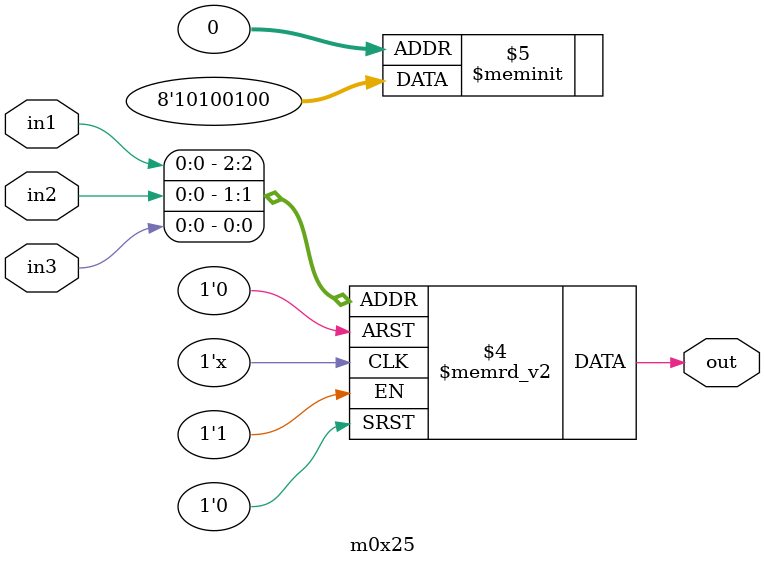
<source format=v>
module m0x25(output out, input in1, in2, in3);

   always @(in1, in2, in3)
     begin
        case({in1, in2, in3})
          3'b000: {out} = 1'b0;
          3'b001: {out} = 1'b0;
          3'b010: {out} = 1'b1;
          3'b011: {out} = 1'b0;
          3'b100: {out} = 1'b0;
          3'b101: {out} = 1'b1;
          3'b110: {out} = 1'b0;
          3'b111: {out} = 1'b1;
        endcase // case ({in1, in2, in3})
     end // always @ (in1, in2, in3)

endmodule // m0x25
</source>
